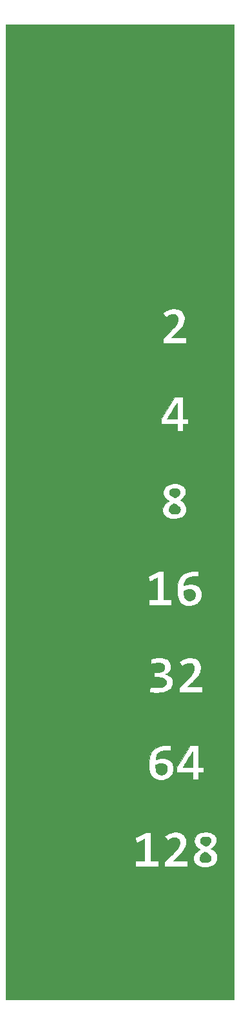
<source format=gtl>
%TF.GenerationSoftware,KiCad,Pcbnew,(5.1.9)-1*%
%TF.CreationDate,2021-08-11T15:41:34+02:00*%
%TF.ProjectId,clockdiv-panel,636c6f63-6b64-4697-962d-70616e656c2e,rev?*%
%TF.SameCoordinates,Original*%
%TF.FileFunction,Copper,L1,Top*%
%TF.FilePolarity,Positive*%
%FSLAX46Y46*%
G04 Gerber Fmt 4.6, Leading zero omitted, Abs format (unit mm)*
G04 Created by KiCad (PCBNEW (5.1.9)-1) date 2021-08-11 15:41:34*
%MOMM*%
%LPD*%
G01*
G04 APERTURE LIST*
%TA.AperFunction,EtchedComponent*%
%ADD10C,0.010000*%
%TD*%
G04 APERTURE END LIST*
D10*
%TO.C,Ref\u002A\u002A*%
G36*
X130223402Y-105120008D02*
G01*
X130227464Y-105176081D01*
X130230955Y-105270239D01*
X130233835Y-105400357D01*
X130236062Y-105564312D01*
X130237594Y-105759981D01*
X130238390Y-105985241D01*
X130238500Y-106114850D01*
X130238500Y-107145667D01*
X129592916Y-107145667D01*
X129432472Y-107145118D01*
X129286566Y-107143565D01*
X129160330Y-107141146D01*
X129058894Y-107138000D01*
X128987390Y-107134265D01*
X128950949Y-107130079D01*
X128947333Y-107128235D01*
X128958257Y-107107911D01*
X128989383Y-107055771D01*
X129038238Y-106975749D01*
X129102352Y-106871781D01*
X129179253Y-106747799D01*
X129266470Y-106607738D01*
X129361531Y-106455533D01*
X129461965Y-106295117D01*
X129565301Y-106130425D01*
X129669067Y-105965392D01*
X129770792Y-105803950D01*
X129868004Y-105650035D01*
X129958233Y-105507581D01*
X130039006Y-105380522D01*
X130107852Y-105272792D01*
X130162301Y-105188325D01*
X130199880Y-105131056D01*
X130218118Y-105104920D01*
X130218811Y-105104141D01*
X130223402Y-105120008D01*
G37*
X130223402Y-105120008D02*
X130227464Y-105176081D01*
X130230955Y-105270239D01*
X130233835Y-105400357D01*
X130236062Y-105564312D01*
X130237594Y-105759981D01*
X130238390Y-105985241D01*
X130238500Y-106114850D01*
X130238500Y-107145667D01*
X129592916Y-107145667D01*
X129432472Y-107145118D01*
X129286566Y-107143565D01*
X129160330Y-107141146D01*
X129058894Y-107138000D01*
X128987390Y-107134265D01*
X128950949Y-107130079D01*
X128947333Y-107128235D01*
X128958257Y-107107911D01*
X128989383Y-107055771D01*
X129038238Y-106975749D01*
X129102352Y-106871781D01*
X129179253Y-106747799D01*
X129266470Y-106607738D01*
X129361531Y-106455533D01*
X129461965Y-106295117D01*
X129565301Y-106130425D01*
X129669067Y-105965392D01*
X129770792Y-105803950D01*
X129868004Y-105650035D01*
X129958233Y-105507581D01*
X130039006Y-105380522D01*
X130107852Y-105272792D01*
X130162301Y-105188325D01*
X130199880Y-105131056D01*
X130218118Y-105104920D01*
X130218811Y-105104141D01*
X130223402Y-105120008D01*
G36*
X130123202Y-116289233D02*
G01*
X130273264Y-116326897D01*
X130380501Y-116374725D01*
X130480359Y-116445647D01*
X130544871Y-116528106D01*
X130578895Y-116630789D01*
X130587475Y-116744750D01*
X130567133Y-116909709D01*
X130506569Y-117063176D01*
X130405525Y-117205560D01*
X130263744Y-117337273D01*
X130177821Y-117399041D01*
X130106812Y-117445206D01*
X130046939Y-117482244D01*
X130008789Y-117503659D01*
X130003794Y-117505844D01*
X129973026Y-117501149D01*
X129915459Y-117479414D01*
X129841020Y-117444657D01*
X129800076Y-117423383D01*
X129613346Y-117314983D01*
X129466317Y-117211350D01*
X129356882Y-117110596D01*
X129282935Y-117010838D01*
X129247392Y-116928755D01*
X129223769Y-116793756D01*
X129231701Y-116662569D01*
X129269012Y-116544122D01*
X129333524Y-116447340D01*
X129373654Y-116411094D01*
X129489265Y-116346599D01*
X129632285Y-116301795D01*
X129792453Y-116277052D01*
X129959512Y-116272742D01*
X130123202Y-116289233D01*
G37*
X130123202Y-116289233D02*
X130273264Y-116326897D01*
X130380501Y-116374725D01*
X130480359Y-116445647D01*
X130544871Y-116528106D01*
X130578895Y-116630789D01*
X130587475Y-116744750D01*
X130567133Y-116909709D01*
X130506569Y-117063176D01*
X130405525Y-117205560D01*
X130263744Y-117337273D01*
X130177821Y-117399041D01*
X130106812Y-117445206D01*
X130046939Y-117482244D01*
X130008789Y-117503659D01*
X130003794Y-117505844D01*
X129973026Y-117501149D01*
X129915459Y-117479414D01*
X129841020Y-117444657D01*
X129800076Y-117423383D01*
X129613346Y-117314983D01*
X129466317Y-117211350D01*
X129356882Y-117110596D01*
X129282935Y-117010838D01*
X129247392Y-116928755D01*
X129223769Y-116793756D01*
X129231701Y-116662569D01*
X129269012Y-116544122D01*
X129333524Y-116447340D01*
X129373654Y-116411094D01*
X129489265Y-116346599D01*
X129632285Y-116301795D01*
X129792453Y-116277052D01*
X129959512Y-116272742D01*
X130123202Y-116289233D01*
G36*
X129848466Y-118278407D02*
G01*
X129902182Y-118301627D01*
X129968353Y-118334295D01*
X130175706Y-118447632D01*
X130342674Y-118560668D01*
X130471135Y-118675508D01*
X130562970Y-118794258D01*
X130620057Y-118919022D01*
X130644276Y-119051907D01*
X130645418Y-119092700D01*
X130637114Y-119211272D01*
X130610000Y-119303791D01*
X130559058Y-119384228D01*
X130528243Y-119418932D01*
X130421513Y-119503075D01*
X130284954Y-119568190D01*
X130127382Y-119612529D01*
X129957613Y-119634342D01*
X129784465Y-119631880D01*
X129616754Y-119603396D01*
X129608805Y-119601294D01*
X129446583Y-119542165D01*
X129319213Y-119461913D01*
X129227812Y-119361421D01*
X129179809Y-119262502D01*
X129157329Y-119132987D01*
X129166631Y-118989412D01*
X129205026Y-118842294D01*
X129269828Y-118702147D01*
X129352817Y-118585705D01*
X129414200Y-118525993D01*
X129499568Y-118455903D01*
X129595720Y-118385291D01*
X129689455Y-118324009D01*
X129746103Y-118292172D01*
X129781591Y-118275795D01*
X129811991Y-118270502D01*
X129848466Y-118278407D01*
G37*
X129848466Y-118278407D02*
X129902182Y-118301627D01*
X129968353Y-118334295D01*
X130175706Y-118447632D01*
X130342674Y-118560668D01*
X130471135Y-118675508D01*
X130562970Y-118794258D01*
X130620057Y-118919022D01*
X130644276Y-119051907D01*
X130645418Y-119092700D01*
X130637114Y-119211272D01*
X130610000Y-119303791D01*
X130559058Y-119384228D01*
X130528243Y-119418932D01*
X130421513Y-119503075D01*
X130284954Y-119568190D01*
X130127382Y-119612529D01*
X129957613Y-119634342D01*
X129784465Y-119631880D01*
X129616754Y-119603396D01*
X129608805Y-119601294D01*
X129446583Y-119542165D01*
X129319213Y-119461913D01*
X129227812Y-119361421D01*
X129179809Y-119262502D01*
X129157329Y-119132987D01*
X129166631Y-118989412D01*
X129205026Y-118842294D01*
X129269828Y-118702147D01*
X129352817Y-118585705D01*
X129414200Y-118525993D01*
X129499568Y-118455903D01*
X129595720Y-118385291D01*
X129689455Y-118324009D01*
X129746103Y-118292172D01*
X129781591Y-118275795D01*
X129811991Y-118270502D01*
X129848466Y-118278407D01*
G36*
X132001043Y-129531084D02*
G01*
X132081688Y-129535082D01*
X132142832Y-129544069D01*
X132195871Y-129559628D01*
X132244664Y-129579916D01*
X132359693Y-129651393D01*
X132463582Y-129751826D01*
X132544713Y-129868463D01*
X132580136Y-129948088D01*
X132608208Y-130074494D01*
X132617937Y-130221883D01*
X132609706Y-130373270D01*
X132583899Y-130511672D01*
X132566182Y-130566427D01*
X132505891Y-130681988D01*
X132419998Y-130791549D01*
X132318819Y-130884563D01*
X132212676Y-130950482D01*
X132175953Y-130965305D01*
X132089260Y-130987411D01*
X131983750Y-131003834D01*
X131876025Y-131012931D01*
X131782688Y-131013060D01*
X131741333Y-131008310D01*
X131574039Y-130957536D01*
X131432216Y-130875104D01*
X131318751Y-130763069D01*
X131254848Y-130662516D01*
X131197956Y-130520421D01*
X131153785Y-130345066D01*
X131123943Y-130144037D01*
X131112333Y-129989859D01*
X131100180Y-129730635D01*
X131236772Y-129668701D01*
X131395177Y-129604308D01*
X131543186Y-129562173D01*
X131697427Y-129538773D01*
X131874528Y-129530587D01*
X131889500Y-129530487D01*
X132001043Y-129531084D01*
G37*
X132001043Y-129531084D02*
X132081688Y-129535082D01*
X132142832Y-129544069D01*
X132195871Y-129559628D01*
X132244664Y-129579916D01*
X132359693Y-129651393D01*
X132463582Y-129751826D01*
X132544713Y-129868463D01*
X132580136Y-129948088D01*
X132608208Y-130074494D01*
X132617937Y-130221883D01*
X132609706Y-130373270D01*
X132583899Y-130511672D01*
X132566182Y-130566427D01*
X132505891Y-130681988D01*
X132419998Y-130791549D01*
X132318819Y-130884563D01*
X132212676Y-130950482D01*
X132175953Y-130965305D01*
X132089260Y-130987411D01*
X131983750Y-131003834D01*
X131876025Y-131012931D01*
X131782688Y-131013060D01*
X131741333Y-131008310D01*
X131574039Y-130957536D01*
X131432216Y-130875104D01*
X131318751Y-130763069D01*
X131254848Y-130662516D01*
X131197956Y-130520421D01*
X131153785Y-130345066D01*
X131123943Y-130144037D01*
X131112333Y-129989859D01*
X131100180Y-129730635D01*
X131236772Y-129668701D01*
X131395177Y-129604308D01*
X131543186Y-129562173D01*
X131697427Y-129538773D01*
X131874528Y-129530587D01*
X131889500Y-129530487D01*
X132001043Y-129531084D01*
G36*
X132275221Y-150828822D02*
G01*
X132279782Y-150855650D01*
X132283448Y-150902777D01*
X132286308Y-150973303D01*
X132288453Y-151070327D01*
X132289971Y-151196950D01*
X132290953Y-151356270D01*
X132291487Y-151551389D01*
X132291665Y-151785404D01*
X132291666Y-151813207D01*
X132291666Y-152844500D01*
X131646083Y-152844500D01*
X131485638Y-152844170D01*
X131339731Y-152843236D01*
X131213495Y-152841781D01*
X131112059Y-152839888D01*
X131040555Y-152837642D01*
X131004115Y-152835124D01*
X131000500Y-152834015D01*
X131011386Y-152815191D01*
X131042402Y-152764492D01*
X131091083Y-152685843D01*
X131154965Y-152583168D01*
X131231581Y-152460392D01*
X131318469Y-152321440D01*
X131413162Y-152170236D01*
X131513196Y-152010705D01*
X131616107Y-151846771D01*
X131719430Y-151682359D01*
X131820699Y-151521394D01*
X131917450Y-151367801D01*
X132007219Y-151225503D01*
X132087540Y-151098425D01*
X132155949Y-150990493D01*
X132209981Y-150905630D01*
X132247172Y-150847761D01*
X132263056Y-150823665D01*
X132269676Y-150819194D01*
X132275221Y-150828822D01*
G37*
X132275221Y-150828822D02*
X132279782Y-150855650D01*
X132283448Y-150902777D01*
X132286308Y-150973303D01*
X132288453Y-151070327D01*
X132289971Y-151196950D01*
X132290953Y-151356270D01*
X132291487Y-151551389D01*
X132291665Y-151785404D01*
X132291666Y-151813207D01*
X132291666Y-152844500D01*
X131646083Y-152844500D01*
X131485638Y-152844170D01*
X131339731Y-152843236D01*
X131213495Y-152841781D01*
X131112059Y-152839888D01*
X131040555Y-152837642D01*
X131004115Y-152835124D01*
X131000500Y-152834015D01*
X131011386Y-152815191D01*
X131042402Y-152764492D01*
X131091083Y-152685843D01*
X131154965Y-152583168D01*
X131231581Y-152460392D01*
X131318469Y-152321440D01*
X131413162Y-152170236D01*
X131513196Y-152010705D01*
X131616107Y-151846771D01*
X131719430Y-151682359D01*
X131820699Y-151521394D01*
X131917450Y-151367801D01*
X132007219Y-151225503D01*
X132087540Y-151098425D01*
X132155949Y-150990493D01*
X132209981Y-150905630D01*
X132247172Y-150847761D01*
X132263056Y-150823665D01*
X132269676Y-150819194D01*
X132275221Y-150828822D01*
G36*
X128355226Y-152384913D02*
G01*
X128495476Y-152415370D01*
X128614455Y-152470296D01*
X128720532Y-152552611D01*
X128736658Y-152568309D01*
X128814357Y-152660490D01*
X128867528Y-152761174D01*
X128899219Y-152879510D01*
X128912478Y-153024647D01*
X128913264Y-153098500D01*
X128895580Y-153294089D01*
X128845680Y-153462232D01*
X128763538Y-153602977D01*
X128649124Y-153716377D01*
X128529244Y-153789956D01*
X128462362Y-153819487D01*
X128399150Y-153838028D01*
X128325021Y-153848495D01*
X128225388Y-153853803D01*
X128207205Y-153854338D01*
X128054450Y-153852346D01*
X127939048Y-153837102D01*
X127908243Y-153828786D01*
X127775656Y-153764524D01*
X127662440Y-153663389D01*
X127569112Y-153526413D01*
X127496189Y-153354625D01*
X127444185Y-153149056D01*
X127413619Y-152910736D01*
X127408669Y-152832232D01*
X127396073Y-152576548D01*
X127563161Y-152509901D01*
X127727516Y-152449332D01*
X127870661Y-152408936D01*
X128006778Y-152385661D01*
X128150050Y-152376454D01*
X128185333Y-152376007D01*
X128355226Y-152384913D01*
G37*
X128355226Y-152384913D02*
X128495476Y-152415370D01*
X128614455Y-152470296D01*
X128720532Y-152552611D01*
X128736658Y-152568309D01*
X128814357Y-152660490D01*
X128867528Y-152761174D01*
X128899219Y-152879510D01*
X128912478Y-153024647D01*
X128913264Y-153098500D01*
X128895580Y-153294089D01*
X128845680Y-153462232D01*
X128763538Y-153602977D01*
X128649124Y-153716377D01*
X128529244Y-153789956D01*
X128462362Y-153819487D01*
X128399150Y-153838028D01*
X128325021Y-153848495D01*
X128225388Y-153853803D01*
X128207205Y-153854338D01*
X128054450Y-153852346D01*
X127939048Y-153837102D01*
X127908243Y-153828786D01*
X127775656Y-153764524D01*
X127662440Y-153663389D01*
X127569112Y-153526413D01*
X127496189Y-153354625D01*
X127444185Y-153149056D01*
X127413619Y-152910736D01*
X127408669Y-152832232D01*
X127396073Y-152576548D01*
X127563161Y-152509901D01*
X127727516Y-152449332D01*
X127870661Y-152408936D01*
X128006778Y-152385661D01*
X128150050Y-152376454D01*
X128185333Y-152376007D01*
X128355226Y-152384913D01*
G36*
X134055180Y-161994555D02*
G01*
X134219409Y-162012468D01*
X134351198Y-162044977D01*
X134458641Y-162094462D01*
X134507443Y-162127593D01*
X134579746Y-162197016D01*
X134624449Y-162278568D01*
X134645857Y-162382481D01*
X134649321Y-162464750D01*
X134633098Y-162619650D01*
X134582929Y-162760780D01*
X134496572Y-162891773D01*
X134371784Y-163016261D01*
X134253270Y-163106407D01*
X134179749Y-163156243D01*
X134117367Y-163196721D01*
X134075712Y-163221697D01*
X134066333Y-163226223D01*
X134037114Y-163220965D01*
X133979591Y-163198888D01*
X133902503Y-163163666D01*
X133827420Y-163125769D01*
X133670382Y-163033333D01*
X133533919Y-162933352D01*
X133424202Y-162831102D01*
X133347397Y-162731858D01*
X133330255Y-162700520D01*
X133301383Y-162610179D01*
X133287247Y-162500142D01*
X133288827Y-162389351D01*
X133307109Y-162296743D01*
X133309013Y-162291503D01*
X133369859Y-162188901D01*
X133465553Y-162106380D01*
X133593045Y-162045154D01*
X133749287Y-162006434D01*
X133931230Y-161991436D01*
X134055180Y-161994555D01*
G37*
X134055180Y-161994555D02*
X134219409Y-162012468D01*
X134351198Y-162044977D01*
X134458641Y-162094462D01*
X134507443Y-162127593D01*
X134579746Y-162197016D01*
X134624449Y-162278568D01*
X134645857Y-162382481D01*
X134649321Y-162464750D01*
X134633098Y-162619650D01*
X134582929Y-162760780D01*
X134496572Y-162891773D01*
X134371784Y-163016261D01*
X134253270Y-163106407D01*
X134179749Y-163156243D01*
X134117367Y-163196721D01*
X134075712Y-163221697D01*
X134066333Y-163226223D01*
X134037114Y-163220965D01*
X133979591Y-163198888D01*
X133902503Y-163163666D01*
X133827420Y-163125769D01*
X133670382Y-163033333D01*
X133533919Y-162933352D01*
X133424202Y-162831102D01*
X133347397Y-162731858D01*
X133330255Y-162700520D01*
X133301383Y-162610179D01*
X133287247Y-162500142D01*
X133288827Y-162389351D01*
X133307109Y-162296743D01*
X133309013Y-162291503D01*
X133369859Y-162188901D01*
X133465553Y-162106380D01*
X133593045Y-162045154D01*
X133749287Y-162006434D01*
X133931230Y-161991436D01*
X134055180Y-161994555D01*
G36*
X133909617Y-163987822D02*
G01*
X133966492Y-164013566D01*
X134039357Y-164050559D01*
X134067860Y-164065897D01*
X134257677Y-164176220D01*
X134409407Y-164280215D01*
X134526122Y-164381471D01*
X134610893Y-164483575D01*
X134666788Y-164590114D01*
X134696879Y-164704678D01*
X134704459Y-164809801D01*
X134688311Y-164955228D01*
X134638460Y-165076721D01*
X134553481Y-165176225D01*
X134431945Y-165255685D01*
X134351859Y-165290474D01*
X134256213Y-165316437D01*
X134133595Y-165335323D01*
X133998925Y-165346134D01*
X133867127Y-165347871D01*
X133753123Y-165339533D01*
X133715541Y-165333089D01*
X133548271Y-165280949D01*
X133411450Y-165202941D01*
X133307265Y-165100538D01*
X133260990Y-165027339D01*
X133239330Y-164977443D01*
X133227671Y-164924808D01*
X133224329Y-164856163D01*
X133227387Y-164762756D01*
X133240901Y-164631243D01*
X133270421Y-164523173D01*
X133321890Y-164425130D01*
X133401248Y-164323698D01*
X133441019Y-164280346D01*
X133500989Y-164223773D01*
X133577026Y-164161715D01*
X133660281Y-164100276D01*
X133741905Y-164045559D01*
X133813051Y-164003667D01*
X133864870Y-163980702D01*
X133879137Y-163978167D01*
X133909617Y-163987822D01*
G37*
X133909617Y-163987822D02*
X133966492Y-164013566D01*
X134039357Y-164050559D01*
X134067860Y-164065897D01*
X134257677Y-164176220D01*
X134409407Y-164280215D01*
X134526122Y-164381471D01*
X134610893Y-164483575D01*
X134666788Y-164590114D01*
X134696879Y-164704678D01*
X134704459Y-164809801D01*
X134688311Y-164955228D01*
X134638460Y-165076721D01*
X134553481Y-165176225D01*
X134431945Y-165255685D01*
X134351859Y-165290474D01*
X134256213Y-165316437D01*
X134133595Y-165335323D01*
X133998925Y-165346134D01*
X133867127Y-165347871D01*
X133753123Y-165339533D01*
X133715541Y-165333089D01*
X133548271Y-165280949D01*
X133411450Y-165202941D01*
X133307265Y-165100538D01*
X133260990Y-165027339D01*
X133239330Y-164977443D01*
X133227671Y-164924808D01*
X133224329Y-164856163D01*
X133227387Y-164762756D01*
X133240901Y-164631243D01*
X133270421Y-164523173D01*
X133321890Y-164425130D01*
X133401248Y-164323698D01*
X133441019Y-164280346D01*
X133500989Y-164223773D01*
X133577026Y-164161715D01*
X133660281Y-164100276D01*
X133741905Y-164045559D01*
X133813051Y-164003667D01*
X133864870Y-163980702D01*
X133879137Y-163978167D01*
X133909617Y-163987822D01*
G36*
X137689166Y-183366833D02*
G01*
X107731284Y-183366833D01*
X107745392Y-162376558D01*
X107745511Y-162192166D01*
X124707129Y-162192166D01*
X124717808Y-162237061D01*
X124740906Y-162305380D01*
X124778073Y-162403061D01*
X124808097Y-162478949D01*
X124850809Y-162584712D01*
X124888839Y-162676432D01*
X124919134Y-162746932D01*
X124938641Y-162789033D01*
X124943579Y-162797397D01*
X124965298Y-162791764D01*
X125018767Y-162767961D01*
X125098838Y-162728575D01*
X125200367Y-162676193D01*
X125318206Y-162613403D01*
X125419702Y-162558001D01*
X125548109Y-162487393D01*
X125665215Y-162423373D01*
X125765613Y-162368867D01*
X125843896Y-162326799D01*
X125894658Y-162300096D01*
X125911497Y-162291881D01*
X125917457Y-162294185D01*
X125922597Y-162307846D01*
X125926975Y-162335638D01*
X125930649Y-162380331D01*
X125933678Y-162444696D01*
X125936118Y-162531506D01*
X125938028Y-162643531D01*
X125939467Y-162783543D01*
X125940492Y-162954314D01*
X125941161Y-163158614D01*
X125941532Y-163399216D01*
X125941663Y-163678890D01*
X125941666Y-163732485D01*
X125941666Y-165184667D01*
X124798666Y-165184667D01*
X124798666Y-165925500D01*
X127783166Y-165925500D01*
X127783166Y-165184667D01*
X126788333Y-165184667D01*
X126788333Y-161956750D01*
X128588514Y-161956750D01*
X128799907Y-162225600D01*
X129011299Y-162494450D01*
X129150806Y-162388857D01*
X129335512Y-162263338D01*
X129511880Y-162174497D01*
X129687064Y-162119620D01*
X129868221Y-162095989D01*
X129926064Y-162094584D01*
X130103993Y-162109864D01*
X130254075Y-162156642D01*
X130377320Y-162235441D01*
X130474736Y-162346783D01*
X130502848Y-162393413D01*
X130533568Y-162455018D01*
X130553216Y-162512761D01*
X130564897Y-162580541D01*
X130571715Y-162672260D01*
X130573391Y-162709281D01*
X130571627Y-162874960D01*
X130549912Y-163027474D01*
X130505305Y-163174598D01*
X130434868Y-163324107D01*
X130335662Y-163483776D01*
X130221737Y-163639500D01*
X130178575Y-163691035D01*
X130109019Y-163768585D01*
X130016705Y-163868323D01*
X129905267Y-163986426D01*
X129778342Y-164119068D01*
X129639565Y-164262423D01*
X129492570Y-164412668D01*
X129345769Y-164561172D01*
X128608666Y-165302928D01*
X128608666Y-165925500D01*
X131635500Y-165925500D01*
X131635500Y-165163931D01*
X129728848Y-165152917D01*
X129990076Y-164904870D01*
X132399801Y-164904870D01*
X132400632Y-164932248D01*
X132405796Y-165037482D01*
X132414225Y-165114969D01*
X132429158Y-165179298D01*
X132453837Y-165245054D01*
X132485480Y-165314191D01*
X132588300Y-165485033D01*
X132723195Y-165631380D01*
X132891139Y-165753884D01*
X133093107Y-165853195D01*
X133330072Y-165929965D01*
X133448061Y-165957264D01*
X133555977Y-165972423D01*
X133694398Y-165981336D01*
X133852387Y-165984296D01*
X134019008Y-165981593D01*
X134183324Y-165973520D01*
X134334398Y-165960367D01*
X134461293Y-165942426D01*
X134524750Y-165928570D01*
X134763125Y-165847398D01*
X134973998Y-165739257D01*
X135155125Y-165606107D01*
X135304262Y-165449906D01*
X135419165Y-165272613D01*
X135496397Y-165080283D01*
X135514407Y-164989045D01*
X135525491Y-164870824D01*
X135529382Y-164740443D01*
X135525816Y-164612725D01*
X135514526Y-164502493D01*
X135507422Y-164465000D01*
X135468649Y-164345854D01*
X135406646Y-164213185D01*
X135329469Y-164081992D01*
X135245173Y-163967273D01*
X135231746Y-163951657D01*
X135165061Y-163885432D01*
X135074436Y-163808258D01*
X134972493Y-163730520D01*
X134911153Y-163687931D01*
X134697904Y-163545966D01*
X134757330Y-163502774D01*
X134930279Y-163370943D01*
X135069374Y-163250042D01*
X135179659Y-163134294D01*
X135266177Y-163017917D01*
X135333970Y-162895133D01*
X135376296Y-162793365D01*
X135403569Y-162713540D01*
X135420917Y-162643552D01*
X135430478Y-162569066D01*
X135434390Y-162475744D01*
X135434916Y-162400152D01*
X135434282Y-162296071D01*
X135430666Y-162221564D01*
X135421502Y-162163876D01*
X135404223Y-162110249D01*
X135376260Y-162047929D01*
X135355487Y-162005507D01*
X135252114Y-161838076D01*
X135119999Y-161697833D01*
X134956892Y-161583044D01*
X134760545Y-161491975D01*
X134635591Y-161450795D01*
X134390242Y-161395656D01*
X134135395Y-161367744D01*
X133878705Y-161366365D01*
X133627829Y-161390824D01*
X133390423Y-161440428D01*
X133174143Y-161514483D01*
X133009156Y-161598239D01*
X132841572Y-161723607D01*
X132704167Y-161874894D01*
X132598474Y-162046853D01*
X132526024Y-162234236D01*
X132488351Y-162431795D01*
X132486985Y-162634283D01*
X132523459Y-162836450D01*
X132593649Y-163021574D01*
X132669475Y-163146630D01*
X132774427Y-163276307D01*
X132898267Y-163399653D01*
X133030753Y-163505717D01*
X133072435Y-163533667D01*
X133140752Y-163579630D01*
X133192454Y-163619031D01*
X133219164Y-163645307D01*
X133221064Y-163650083D01*
X133203975Y-163669746D01*
X133158539Y-163705887D01*
X133092406Y-163752706D01*
X133039544Y-163787667D01*
X132856473Y-163924040D01*
X132698248Y-164079364D01*
X132569255Y-164247946D01*
X132473882Y-164424095D01*
X132418345Y-164593582D01*
X132406677Y-164675824D01*
X132400227Y-164784733D01*
X132399801Y-164904870D01*
X129990076Y-164904870D01*
X130137132Y-164765235D01*
X130374112Y-164537366D01*
X130580207Y-164332526D01*
X130757797Y-164147555D01*
X130909257Y-163979293D01*
X131036966Y-163824580D01*
X131143301Y-163680258D01*
X131230639Y-163543166D01*
X131301357Y-163410145D01*
X131357833Y-163278036D01*
X131402445Y-163143678D01*
X131426777Y-163051263D01*
X131454055Y-162890402D01*
X131465193Y-162713638D01*
X131460645Y-162534236D01*
X131440864Y-162365460D01*
X131406306Y-162220573D01*
X131397448Y-162195054D01*
X131301938Y-161986302D01*
X131181624Y-161810613D01*
X131034275Y-161665234D01*
X130884404Y-161562453D01*
X130743919Y-161496398D01*
X130574068Y-161440649D01*
X130387081Y-161397641D01*
X130195187Y-161369806D01*
X130010614Y-161359576D01*
X129889250Y-161364467D01*
X129626010Y-161406482D01*
X129363870Y-161482794D01*
X129111970Y-161589502D01*
X128879454Y-161722708D01*
X128675462Y-161878510D01*
X128667382Y-161885736D01*
X128588514Y-161956750D01*
X126788333Y-161956750D01*
X126788333Y-161417000D01*
X126088549Y-161417000D01*
X125417149Y-161769573D01*
X125261081Y-161851838D01*
X125116230Y-161928781D01*
X124987046Y-161997994D01*
X124877979Y-162057067D01*
X124793479Y-162103593D01*
X124737994Y-162135162D01*
X124716432Y-162148897D01*
X124707220Y-162164757D01*
X124707129Y-162192166D01*
X107745511Y-162192166D01*
X107745861Y-161655121D01*
X107746326Y-160892463D01*
X107746788Y-160089694D01*
X107747245Y-159247927D01*
X107747697Y-158368273D01*
X107748145Y-157451844D01*
X107748589Y-156499750D01*
X107749026Y-155513105D01*
X107749459Y-154493019D01*
X107749886Y-153440604D01*
X107750201Y-152629001D01*
X126527520Y-152629001D01*
X126541849Y-152907217D01*
X126572136Y-153169402D01*
X126618526Y-153406685D01*
X126653830Y-153532417D01*
X126745831Y-153756293D01*
X126869906Y-153959644D01*
X127022056Y-154138434D01*
X127198284Y-154288626D01*
X127394589Y-154406184D01*
X127596748Y-154484168D01*
X127792600Y-154526057D01*
X128010894Y-154547747D01*
X128236700Y-154548917D01*
X128455084Y-154529247D01*
X128584891Y-154505384D01*
X128834248Y-154429236D01*
X129060340Y-154320982D01*
X129260396Y-154182700D01*
X129431645Y-154016470D01*
X129571319Y-153824369D01*
X129626138Y-153723979D01*
X129692174Y-153572276D01*
X129736529Y-153424034D01*
X129761479Y-153267087D01*
X129769298Y-153089267D01*
X129766870Y-152971500D01*
X129756408Y-152855036D01*
X130196166Y-152855036D01*
X130196166Y-153564167D01*
X132291666Y-153564167D01*
X132291666Y-154474333D01*
X133096000Y-154474333D01*
X133096000Y-153564167D01*
X133773333Y-153564167D01*
X133773333Y-152844500D01*
X133096000Y-152844500D01*
X133096000Y-149986319D01*
X131947680Y-149997583D01*
X131071923Y-151426310D01*
X130196166Y-152855036D01*
X129756408Y-152855036D01*
X129745763Y-152736537D01*
X129700413Y-152532064D01*
X129628610Y-152352423D01*
X129528145Y-152191957D01*
X129409961Y-152057839D01*
X129250501Y-151927464D01*
X129065254Y-151826663D01*
X128852582Y-151754883D01*
X128610851Y-151711566D01*
X128344083Y-151696197D01*
X128130799Y-151701566D01*
X127942383Y-151722889D01*
X127763531Y-151762755D01*
X127578942Y-151823754D01*
X127569599Y-151827287D01*
X127504952Y-151850889D01*
X127456763Y-151866700D01*
X127439208Y-151870822D01*
X127426906Y-151857219D01*
X127425235Y-151814123D01*
X127434484Y-151738139D01*
X127454939Y-151625873D01*
X127463504Y-151583639D01*
X127508686Y-151406692D01*
X127566891Y-151260776D01*
X127643462Y-151135287D01*
X127743743Y-151019626D01*
X127751819Y-151011594D01*
X127857090Y-150921095D01*
X127974710Y-150847245D01*
X128109242Y-150788860D01*
X128265244Y-150744754D01*
X128447278Y-150713740D01*
X128659903Y-150694633D01*
X128907681Y-150686247D01*
X129005541Y-150685625D01*
X129391833Y-150685500D01*
X129391833Y-149980833D01*
X128931458Y-149993220D01*
X128692759Y-150002234D01*
X128488976Y-150015958D01*
X128312864Y-150035287D01*
X128157177Y-150061118D01*
X128014669Y-150094345D01*
X127940697Y-150115662D01*
X127665720Y-150216830D01*
X127424966Y-150341784D01*
X127216401Y-150492468D01*
X127037986Y-150670824D01*
X126887684Y-150878794D01*
X126763457Y-151118320D01*
X126690174Y-151308003D01*
X126626887Y-151533283D01*
X126578833Y-151786896D01*
X126546157Y-152059968D01*
X126529005Y-152343627D01*
X126527520Y-152629001D01*
X107750201Y-152629001D01*
X107750307Y-152356971D01*
X107750721Y-151243233D01*
X107751130Y-150100500D01*
X107751531Y-148929885D01*
X107751926Y-147732499D01*
X107752314Y-146509453D01*
X107752694Y-145261859D01*
X107753067Y-143990829D01*
X107753432Y-142697475D01*
X107753432Y-142694124D01*
X126661333Y-142694124D01*
X126661333Y-143042415D01*
X126730125Y-143054640D01*
X126859535Y-143072353D01*
X127021441Y-143086325D01*
X127206158Y-143096409D01*
X127404003Y-143102458D01*
X127605291Y-143104328D01*
X127800337Y-143101872D01*
X127979457Y-143094943D01*
X128132967Y-143083397D01*
X128191004Y-143076669D01*
X128420987Y-143038530D01*
X128624078Y-142987438D01*
X128814795Y-142919249D01*
X128942929Y-142861908D01*
X129149980Y-142741162D01*
X129324525Y-142594070D01*
X129465611Y-142421761D01*
X129572287Y-142225367D01*
X129635564Y-142038917D01*
X129653400Y-141940508D01*
X129664472Y-141818968D01*
X129668551Y-141688509D01*
X129665410Y-141563342D01*
X129654819Y-141457678D01*
X129645634Y-141412643D01*
X129576396Y-141232569D01*
X129471171Y-141071198D01*
X129333327Y-140931640D01*
X129166233Y-140817004D01*
X128973257Y-140730400D01*
X128873556Y-140699996D01*
X128804491Y-140680350D01*
X128755401Y-140663459D01*
X128736800Y-140652944D01*
X128736805Y-140652873D01*
X128754901Y-140638750D01*
X128801185Y-140612368D01*
X128864025Y-140580245D01*
X129039073Y-140472311D01*
X129184072Y-140335695D01*
X129297480Y-140173012D01*
X129377753Y-139986879D01*
X129423347Y-139779911D01*
X129433853Y-139614489D01*
X129417782Y-139402747D01*
X129367810Y-139214655D01*
X129297217Y-139075583D01*
X130489537Y-139075583D01*
X130922699Y-139632329D01*
X131045937Y-139529769D01*
X131158988Y-139447571D01*
X131291981Y-139369501D01*
X131431315Y-139302311D01*
X131563386Y-139252754D01*
X131646083Y-139231830D01*
X131824305Y-139215643D01*
X131991676Y-139232329D01*
X132142153Y-139280248D01*
X132269691Y-139357758D01*
X132333207Y-139418374D01*
X132407033Y-139520869D01*
X132454139Y-139634531D01*
X132477799Y-139769488D01*
X132482166Y-139879240D01*
X132478768Y-139987604D01*
X132467321Y-140090887D01*
X132445942Y-140191843D01*
X132412750Y-140293225D01*
X132365864Y-140397783D01*
X132303401Y-140508272D01*
X132223481Y-140627443D01*
X132124223Y-140758049D01*
X132003743Y-140902843D01*
X131860162Y-141064576D01*
X131691597Y-141246003D01*
X131496167Y-141449874D01*
X131271990Y-141678943D01*
X131206875Y-141744877D01*
X130513666Y-142445711D01*
X130513666Y-143044333D01*
X133540500Y-143044333D01*
X133540500Y-142282333D01*
X132593291Y-142281851D01*
X131646083Y-142281369D01*
X132166387Y-141775360D01*
X132373107Y-141572628D01*
X132550853Y-141394064D01*
X132702485Y-141235937D01*
X132830870Y-141094516D01*
X132938869Y-140966071D01*
X133029347Y-140846869D01*
X133105167Y-140733181D01*
X133169193Y-140621274D01*
X133224289Y-140507419D01*
X133273318Y-140387885D01*
X133310350Y-140284924D01*
X133336550Y-140179243D01*
X133355374Y-140044500D01*
X133366358Y-139893395D01*
X133369041Y-139738632D01*
X133362960Y-139592911D01*
X133347654Y-139468935D01*
X133341178Y-139437814D01*
X133295658Y-139294386D01*
X133228092Y-139144597D01*
X133147252Y-139006006D01*
X133081484Y-138917976D01*
X132941692Y-138786117D01*
X132769226Y-138676860D01*
X132568101Y-138591683D01*
X132342329Y-138532064D01*
X132095925Y-138499481D01*
X131929078Y-138493500D01*
X131668569Y-138508024D01*
X131425823Y-138553253D01*
X131208759Y-138623179D01*
X131095782Y-138673780D01*
X130964046Y-138743882D01*
X130826950Y-138825455D01*
X130697893Y-138910469D01*
X130590274Y-138990894D01*
X130577479Y-139001500D01*
X130489537Y-139075583D01*
X129297217Y-139075583D01*
X129282626Y-139046840D01*
X129160916Y-138895929D01*
X129149685Y-138884608D01*
X129024181Y-138775836D01*
X128884215Y-138687541D01*
X128719728Y-138614135D01*
X128576347Y-138566128D01*
X128500851Y-138544806D01*
X128431406Y-138529056D01*
X128358570Y-138517768D01*
X128272896Y-138509832D01*
X128164940Y-138504138D01*
X128025258Y-138499576D01*
X128005416Y-138499038D01*
X127747533Y-138498526D01*
X127514567Y-138512884D01*
X127291173Y-138543911D01*
X127062005Y-138593402D01*
X126952375Y-138622323D01*
X126788333Y-138667691D01*
X126788333Y-139352385D01*
X127058847Y-139284523D01*
X127332057Y-139225039D01*
X127583894Y-139188551D01*
X127811831Y-139174986D01*
X128013338Y-139184270D01*
X128185888Y-139216330D01*
X128326952Y-139271091D01*
X128406681Y-139323773D01*
X128487134Y-139404502D01*
X128539641Y-139495347D01*
X128568164Y-139606062D01*
X128576662Y-139742333D01*
X128563384Y-139910287D01*
X128521332Y-140049781D01*
X128447962Y-140164211D01*
X128340726Y-140256972D01*
X128197078Y-140331457D01*
X128111250Y-140362762D01*
X128052336Y-140379098D01*
X127984200Y-140391525D01*
X127899137Y-140400818D01*
X127789439Y-140407755D01*
X127647402Y-140413114D01*
X127597958Y-140414513D01*
X127211666Y-140424838D01*
X127211666Y-141033500D01*
X127492125Y-141033674D01*
X127780410Y-141041501D01*
X128030272Y-141064987D01*
X128242843Y-141104711D01*
X128419257Y-141161254D01*
X128560646Y-141235193D01*
X128668144Y-141327109D01*
X128742884Y-141437581D01*
X128785998Y-141567188D01*
X128798701Y-141701771D01*
X128782820Y-141871142D01*
X128733434Y-142016904D01*
X128649619Y-142140093D01*
X128530452Y-142241742D01*
X128375008Y-142322885D01*
X128190625Y-142382494D01*
X128104197Y-142397338D01*
X127984069Y-142408187D01*
X127838683Y-142415059D01*
X127676480Y-142417968D01*
X127505903Y-142416931D01*
X127335395Y-142411964D01*
X127173398Y-142403083D01*
X127028354Y-142390304D01*
X126948690Y-142380141D01*
X126852361Y-142366209D01*
X126770214Y-142354998D01*
X126712097Y-142347811D01*
X126689398Y-142345833D01*
X126678607Y-142354333D01*
X126670820Y-142383194D01*
X126665629Y-142437462D01*
X126662629Y-142522180D01*
X126661412Y-142642393D01*
X126661333Y-142694124D01*
X107753432Y-142694124D01*
X107753788Y-141382907D01*
X107754137Y-140048238D01*
X107754476Y-138694578D01*
X107754807Y-137323041D01*
X107755129Y-135934736D01*
X107755441Y-134530777D01*
X107755744Y-133112274D01*
X107756037Y-131680339D01*
X107756320Y-130236084D01*
X107756592Y-128780619D01*
X107756756Y-127858363D01*
X126411701Y-127858363D01*
X126417307Y-127877917D01*
X126435693Y-127928838D01*
X126463767Y-128003247D01*
X126498437Y-128093266D01*
X126536608Y-128191016D01*
X126575188Y-128288620D01*
X126611083Y-128378200D01*
X126641200Y-128451877D01*
X126662447Y-128501774D01*
X126671403Y-128519812D01*
X126690816Y-128511738D01*
X126742279Y-128485699D01*
X126820853Y-128444322D01*
X126921599Y-128390235D01*
X127039579Y-128326065D01*
X127158845Y-128260521D01*
X127289110Y-128188977D01*
X127407424Y-128124725D01*
X127508679Y-128070480D01*
X127587768Y-128028957D01*
X127639584Y-128002870D01*
X127658685Y-127994833D01*
X127661956Y-128015483D01*
X127665019Y-128075364D01*
X127667833Y-128171375D01*
X127670360Y-128300415D01*
X127672560Y-128459381D01*
X127674391Y-128645173D01*
X127675815Y-128854690D01*
X127676792Y-129084828D01*
X127677282Y-129332488D01*
X127677333Y-129444750D01*
X127677333Y-130894667D01*
X126534333Y-130894667D01*
X126534333Y-131614333D01*
X129497666Y-131614333D01*
X129497666Y-130894667D01*
X128524000Y-130894667D01*
X128524000Y-129693137D01*
X130223069Y-129693137D01*
X130234343Y-130009350D01*
X130268569Y-130303885D01*
X130325174Y-130571518D01*
X130390552Y-130774203D01*
X130499135Y-131003299D01*
X130636103Y-131201034D01*
X130800893Y-131366934D01*
X130992938Y-131500524D01*
X131211675Y-131601330D01*
X131455583Y-131668689D01*
X131562626Y-131682697D01*
X131698269Y-131689964D01*
X131849910Y-131690819D01*
X132004947Y-131685592D01*
X132150776Y-131674611D01*
X132274794Y-131658206D01*
X132334000Y-131645766D01*
X132457110Y-131606280D01*
X132593423Y-131549801D01*
X132729749Y-131482867D01*
X132852899Y-131412014D01*
X132949684Y-131343779D01*
X132958963Y-131336024D01*
X133137900Y-131157193D01*
X133278981Y-130959516D01*
X133381965Y-130743574D01*
X133446608Y-130509947D01*
X133472668Y-130259214D01*
X133470337Y-130111881D01*
X133446069Y-129880065D01*
X133399677Y-129679707D01*
X133328802Y-129504825D01*
X133231079Y-129349440D01*
X133118844Y-129221935D01*
X132971008Y-129094536D01*
X132810979Y-128996004D01*
X132632749Y-128924058D01*
X132430313Y-128876417D01*
X132197664Y-128850800D01*
X132132916Y-128847523D01*
X131861916Y-128849438D01*
X131613098Y-128879477D01*
X131375341Y-128939632D01*
X131161153Y-129021371D01*
X131139499Y-129028095D01*
X131128954Y-129018331D01*
X131127607Y-128983864D01*
X131133548Y-128916480D01*
X131134543Y-128906915D01*
X131174871Y-128669149D01*
X131243004Y-128463082D01*
X131339236Y-128288235D01*
X131463864Y-128144131D01*
X131617182Y-128030290D01*
X131704285Y-127984757D01*
X131807438Y-127941411D01*
X131912654Y-127907034D01*
X132026986Y-127880477D01*
X132157482Y-127860592D01*
X132311192Y-127846230D01*
X132495167Y-127836241D01*
X132646208Y-127831222D01*
X133096000Y-127819054D01*
X133096000Y-127143026D01*
X132572125Y-127154281D01*
X132373124Y-127159595D01*
X132211517Y-127166336D01*
X132082376Y-127174844D01*
X131980775Y-127185456D01*
X131901788Y-127198509D01*
X131889904Y-127201074D01*
X131597051Y-127279500D01*
X131340366Y-127376130D01*
X131116889Y-127493005D01*
X130923660Y-127632168D01*
X130757720Y-127795660D01*
X130616110Y-127985523D01*
X130526487Y-128141775D01*
X130444350Y-128317939D01*
X130377797Y-128499225D01*
X130324990Y-128693325D01*
X130284091Y-128907932D01*
X130253263Y-129150737D01*
X130235322Y-129360472D01*
X130223069Y-129693137D01*
X128524000Y-129693137D01*
X128524000Y-127105833D01*
X127840217Y-127105833D01*
X127129067Y-127479967D01*
X126969684Y-127563843D01*
X126822436Y-127641382D01*
X126691439Y-127710412D01*
X126580813Y-127768760D01*
X126494676Y-127814254D01*
X126437148Y-127844721D01*
X126412347Y-127857989D01*
X126411701Y-127858363D01*
X107756756Y-127858363D01*
X107756854Y-127315058D01*
X107757106Y-125840511D01*
X107757346Y-124358090D01*
X107757574Y-122868906D01*
X107757792Y-121374072D01*
X107757997Y-119874698D01*
X107758092Y-119133521D01*
X128334017Y-119133521D01*
X128344989Y-119329753D01*
X128378888Y-119496877D01*
X128438903Y-119643236D01*
X128528221Y-119777172D01*
X128617659Y-119875786D01*
X128771518Y-120000623D01*
X128957240Y-120103701D01*
X129169793Y-120184015D01*
X129404143Y-120240559D01*
X129655258Y-120272330D01*
X129918104Y-120278322D01*
X130187649Y-120257531D01*
X130376083Y-120226810D01*
X130553938Y-120185068D01*
X130704681Y-120134205D01*
X130843415Y-120068287D01*
X130962553Y-119996398D01*
X131139144Y-119859286D01*
X131278054Y-119703092D01*
X131379727Y-119526993D01*
X131444602Y-119330165D01*
X131473122Y-119111785D01*
X131474654Y-119041333D01*
X131455724Y-118816344D01*
X131399208Y-118608110D01*
X131304456Y-118415547D01*
X131170820Y-118237573D01*
X130997650Y-118073103D01*
X130814862Y-117940503D01*
X130742628Y-117891489D01*
X130688329Y-117850231D01*
X130658769Y-117822171D01*
X130656112Y-117813529D01*
X130680209Y-117795568D01*
X130729419Y-117760277D01*
X130794128Y-117714538D01*
X130810000Y-117703398D01*
X130976330Y-117569810D01*
X131118121Y-117421382D01*
X131228170Y-117266120D01*
X131264302Y-117198492D01*
X131327453Y-117046150D01*
X131364627Y-116900275D01*
X131379082Y-116744170D01*
X131377386Y-116618967D01*
X131370220Y-116514463D01*
X131357294Y-116434820D01*
X131334555Y-116362599D01*
X131299319Y-116283211D01*
X131197541Y-116119574D01*
X131061708Y-115979110D01*
X130893654Y-115862543D01*
X130695217Y-115770597D01*
X130468232Y-115703997D01*
X130214535Y-115663466D01*
X129935962Y-115649729D01*
X129713055Y-115657363D01*
X129455425Y-115690907D01*
X129221620Y-115754210D01*
X129013628Y-115845467D01*
X128833435Y-115962877D01*
X128683028Y-116104636D01*
X128564395Y-116268941D01*
X128479521Y-116453990D01*
X128430395Y-116657980D01*
X128418166Y-116832262D01*
X128438674Y-117039590D01*
X128499949Y-117236305D01*
X128601621Y-117421780D01*
X128743318Y-117595386D01*
X128924667Y-117756494D01*
X128994901Y-117808037D01*
X129065643Y-117859095D01*
X129120763Y-117901715D01*
X129152693Y-117929894D01*
X129157625Y-117937137D01*
X129140355Y-117953795D01*
X129094865Y-117987488D01*
X129028792Y-118032745D01*
X128975482Y-118067667D01*
X128770498Y-118219957D01*
X128604566Y-118387496D01*
X128477917Y-118569898D01*
X128390787Y-118766774D01*
X128343407Y-118977736D01*
X128334017Y-119133521D01*
X107758092Y-119133521D01*
X107758191Y-118371897D01*
X107758372Y-116866780D01*
X107758540Y-115360458D01*
X107758696Y-113854043D01*
X107758839Y-112348647D01*
X107758969Y-110845382D01*
X107759085Y-109345358D01*
X107759187Y-107849687D01*
X107759228Y-107140851D01*
X128143000Y-107140851D01*
X128143000Y-107865333D01*
X130238500Y-107865333D01*
X130238500Y-108775500D01*
X131021666Y-108775500D01*
X131021666Y-107865333D01*
X131720166Y-107865333D01*
X131720166Y-107146715D01*
X131032250Y-107135083D01*
X131021368Y-104288167D01*
X129889250Y-104288783D01*
X128143000Y-107140851D01*
X107759228Y-107140851D01*
X107759275Y-106359482D01*
X107759349Y-104875853D01*
X107759409Y-103399913D01*
X107759454Y-101932772D01*
X107759483Y-100475543D01*
X107759498Y-99029337D01*
X107759500Y-98389724D01*
X107759500Y-93280516D01*
X128375833Y-93280516D01*
X128387907Y-93300188D01*
X128420614Y-93346347D01*
X128468681Y-93411997D01*
X128526835Y-93490143D01*
X128589802Y-93573791D01*
X128652311Y-93655944D01*
X128709087Y-93729608D01*
X128754859Y-93787789D01*
X128784352Y-93823491D01*
X128788733Y-93828259D01*
X128807125Y-93819428D01*
X128849219Y-93789618D01*
X128906285Y-93745054D01*
X128912343Y-93740137D01*
X129047989Y-93641494D01*
X129194742Y-93554946D01*
X129337917Y-93488639D01*
X129411550Y-93463240D01*
X129519818Y-93441669D01*
X129647281Y-93431498D01*
X129778049Y-93432734D01*
X129896236Y-93445382D01*
X129968971Y-93463006D01*
X130101023Y-93529121D01*
X130208210Y-93626745D01*
X130288689Y-93751863D01*
X130340620Y-93900460D01*
X130362160Y-94068519D01*
X130351468Y-94252025D01*
X130346153Y-94285382D01*
X130327020Y-94377461D01*
X130301074Y-94466973D01*
X130266252Y-94556621D01*
X130220492Y-94649107D01*
X130161730Y-94747135D01*
X130087901Y-94853407D01*
X129996944Y-94970627D01*
X129886795Y-95101497D01*
X129755389Y-95248721D01*
X129600665Y-95415001D01*
X129420558Y-95603041D01*
X129213005Y-95815542D01*
X129059106Y-95971393D01*
X128375833Y-96661036D01*
X128375833Y-97260833D01*
X131423833Y-97260833D01*
X131423833Y-96498833D01*
X129510485Y-96498833D01*
X130116251Y-95900875D01*
X130300259Y-95718136D01*
X130456358Y-95560301D01*
X130587738Y-95423551D01*
X130697590Y-95304069D01*
X130789103Y-95198037D01*
X130865470Y-95101638D01*
X130929880Y-95011054D01*
X130985525Y-94922468D01*
X131035594Y-94832062D01*
X131074488Y-94754396D01*
X131146163Y-94592704D01*
X131195437Y-94446126D01*
X131226902Y-94297166D01*
X131245150Y-94128327D01*
X131247290Y-94096032D01*
X131244633Y-93854066D01*
X131207179Y-93627793D01*
X131136569Y-93420398D01*
X131034444Y-93235071D01*
X130902442Y-93075000D01*
X130742204Y-92943372D01*
X130617269Y-92871403D01*
X130460355Y-92802372D01*
X130307906Y-92753680D01*
X130147588Y-92722706D01*
X129967069Y-92706834D01*
X129825750Y-92703325D01*
X129613838Y-92708920D01*
X129428384Y-92730420D01*
X129255506Y-92770890D01*
X129081320Y-92833396D01*
X128933743Y-92900334D01*
X128848569Y-92945151D01*
X128754028Y-93000327D01*
X128657049Y-93061139D01*
X128564562Y-93122866D01*
X128483495Y-93180787D01*
X128420775Y-93230180D01*
X128383333Y-93266324D01*
X128375833Y-93280516D01*
X107759500Y-93280516D01*
X107759500Y-55393167D01*
X137689166Y-55393167D01*
X137689166Y-183366833D01*
G37*
X137689166Y-183366833D02*
X107731284Y-183366833D01*
X107745392Y-162376558D01*
X107745511Y-162192166D01*
X124707129Y-162192166D01*
X124717808Y-162237061D01*
X124740906Y-162305380D01*
X124778073Y-162403061D01*
X124808097Y-162478949D01*
X124850809Y-162584712D01*
X124888839Y-162676432D01*
X124919134Y-162746932D01*
X124938641Y-162789033D01*
X124943579Y-162797397D01*
X124965298Y-162791764D01*
X125018767Y-162767961D01*
X125098838Y-162728575D01*
X125200367Y-162676193D01*
X125318206Y-162613403D01*
X125419702Y-162558001D01*
X125548109Y-162487393D01*
X125665215Y-162423373D01*
X125765613Y-162368867D01*
X125843896Y-162326799D01*
X125894658Y-162300096D01*
X125911497Y-162291881D01*
X125917457Y-162294185D01*
X125922597Y-162307846D01*
X125926975Y-162335638D01*
X125930649Y-162380331D01*
X125933678Y-162444696D01*
X125936118Y-162531506D01*
X125938028Y-162643531D01*
X125939467Y-162783543D01*
X125940492Y-162954314D01*
X125941161Y-163158614D01*
X125941532Y-163399216D01*
X125941663Y-163678890D01*
X125941666Y-163732485D01*
X125941666Y-165184667D01*
X124798666Y-165184667D01*
X124798666Y-165925500D01*
X127783166Y-165925500D01*
X127783166Y-165184667D01*
X126788333Y-165184667D01*
X126788333Y-161956750D01*
X128588514Y-161956750D01*
X128799907Y-162225600D01*
X129011299Y-162494450D01*
X129150806Y-162388857D01*
X129335512Y-162263338D01*
X129511880Y-162174497D01*
X129687064Y-162119620D01*
X129868221Y-162095989D01*
X129926064Y-162094584D01*
X130103993Y-162109864D01*
X130254075Y-162156642D01*
X130377320Y-162235441D01*
X130474736Y-162346783D01*
X130502848Y-162393413D01*
X130533568Y-162455018D01*
X130553216Y-162512761D01*
X130564897Y-162580541D01*
X130571715Y-162672260D01*
X130573391Y-162709281D01*
X130571627Y-162874960D01*
X130549912Y-163027474D01*
X130505305Y-163174598D01*
X130434868Y-163324107D01*
X130335662Y-163483776D01*
X130221737Y-163639500D01*
X130178575Y-163691035D01*
X130109019Y-163768585D01*
X130016705Y-163868323D01*
X129905267Y-163986426D01*
X129778342Y-164119068D01*
X129639565Y-164262423D01*
X129492570Y-164412668D01*
X129345769Y-164561172D01*
X128608666Y-165302928D01*
X128608666Y-165925500D01*
X131635500Y-165925500D01*
X131635500Y-165163931D01*
X129728848Y-165152917D01*
X129990076Y-164904870D01*
X132399801Y-164904870D01*
X132400632Y-164932248D01*
X132405796Y-165037482D01*
X132414225Y-165114969D01*
X132429158Y-165179298D01*
X132453837Y-165245054D01*
X132485480Y-165314191D01*
X132588300Y-165485033D01*
X132723195Y-165631380D01*
X132891139Y-165753884D01*
X133093107Y-165853195D01*
X133330072Y-165929965D01*
X133448061Y-165957264D01*
X133555977Y-165972423D01*
X133694398Y-165981336D01*
X133852387Y-165984296D01*
X134019008Y-165981593D01*
X134183324Y-165973520D01*
X134334398Y-165960367D01*
X134461293Y-165942426D01*
X134524750Y-165928570D01*
X134763125Y-165847398D01*
X134973998Y-165739257D01*
X135155125Y-165606107D01*
X135304262Y-165449906D01*
X135419165Y-165272613D01*
X135496397Y-165080283D01*
X135514407Y-164989045D01*
X135525491Y-164870824D01*
X135529382Y-164740443D01*
X135525816Y-164612725D01*
X135514526Y-164502493D01*
X135507422Y-164465000D01*
X135468649Y-164345854D01*
X135406646Y-164213185D01*
X135329469Y-164081992D01*
X135245173Y-163967273D01*
X135231746Y-163951657D01*
X135165061Y-163885432D01*
X135074436Y-163808258D01*
X134972493Y-163730520D01*
X134911153Y-163687931D01*
X134697904Y-163545966D01*
X134757330Y-163502774D01*
X134930279Y-163370943D01*
X135069374Y-163250042D01*
X135179659Y-163134294D01*
X135266177Y-163017917D01*
X135333970Y-162895133D01*
X135376296Y-162793365D01*
X135403569Y-162713540D01*
X135420917Y-162643552D01*
X135430478Y-162569066D01*
X135434390Y-162475744D01*
X135434916Y-162400152D01*
X135434282Y-162296071D01*
X135430666Y-162221564D01*
X135421502Y-162163876D01*
X135404223Y-162110249D01*
X135376260Y-162047929D01*
X135355487Y-162005507D01*
X135252114Y-161838076D01*
X135119999Y-161697833D01*
X134956892Y-161583044D01*
X134760545Y-161491975D01*
X134635591Y-161450795D01*
X134390242Y-161395656D01*
X134135395Y-161367744D01*
X133878705Y-161366365D01*
X133627829Y-161390824D01*
X133390423Y-161440428D01*
X133174143Y-161514483D01*
X133009156Y-161598239D01*
X132841572Y-161723607D01*
X132704167Y-161874894D01*
X132598474Y-162046853D01*
X132526024Y-162234236D01*
X132488351Y-162431795D01*
X132486985Y-162634283D01*
X132523459Y-162836450D01*
X132593649Y-163021574D01*
X132669475Y-163146630D01*
X132774427Y-163276307D01*
X132898267Y-163399653D01*
X133030753Y-163505717D01*
X133072435Y-163533667D01*
X133140752Y-163579630D01*
X133192454Y-163619031D01*
X133219164Y-163645307D01*
X133221064Y-163650083D01*
X133203975Y-163669746D01*
X133158539Y-163705887D01*
X133092406Y-163752706D01*
X133039544Y-163787667D01*
X132856473Y-163924040D01*
X132698248Y-164079364D01*
X132569255Y-164247946D01*
X132473882Y-164424095D01*
X132418345Y-164593582D01*
X132406677Y-164675824D01*
X132400227Y-164784733D01*
X132399801Y-164904870D01*
X129990076Y-164904870D01*
X130137132Y-164765235D01*
X130374112Y-164537366D01*
X130580207Y-164332526D01*
X130757797Y-164147555D01*
X130909257Y-163979293D01*
X131036966Y-163824580D01*
X131143301Y-163680258D01*
X131230639Y-163543166D01*
X131301357Y-163410145D01*
X131357833Y-163278036D01*
X131402445Y-163143678D01*
X131426777Y-163051263D01*
X131454055Y-162890402D01*
X131465193Y-162713638D01*
X131460645Y-162534236D01*
X131440864Y-162365460D01*
X131406306Y-162220573D01*
X131397448Y-162195054D01*
X131301938Y-161986302D01*
X131181624Y-161810613D01*
X131034275Y-161665234D01*
X130884404Y-161562453D01*
X130743919Y-161496398D01*
X130574068Y-161440649D01*
X130387081Y-161397641D01*
X130195187Y-161369806D01*
X130010614Y-161359576D01*
X129889250Y-161364467D01*
X129626010Y-161406482D01*
X129363870Y-161482794D01*
X129111970Y-161589502D01*
X128879454Y-161722708D01*
X128675462Y-161878510D01*
X128667382Y-161885736D01*
X128588514Y-161956750D01*
X126788333Y-161956750D01*
X126788333Y-161417000D01*
X126088549Y-161417000D01*
X125417149Y-161769573D01*
X125261081Y-161851838D01*
X125116230Y-161928781D01*
X124987046Y-161997994D01*
X124877979Y-162057067D01*
X124793479Y-162103593D01*
X124737994Y-162135162D01*
X124716432Y-162148897D01*
X124707220Y-162164757D01*
X124707129Y-162192166D01*
X107745511Y-162192166D01*
X107745861Y-161655121D01*
X107746326Y-160892463D01*
X107746788Y-160089694D01*
X107747245Y-159247927D01*
X107747697Y-158368273D01*
X107748145Y-157451844D01*
X107748589Y-156499750D01*
X107749026Y-155513105D01*
X107749459Y-154493019D01*
X107749886Y-153440604D01*
X107750201Y-152629001D01*
X126527520Y-152629001D01*
X126541849Y-152907217D01*
X126572136Y-153169402D01*
X126618526Y-153406685D01*
X126653830Y-153532417D01*
X126745831Y-153756293D01*
X126869906Y-153959644D01*
X127022056Y-154138434D01*
X127198284Y-154288626D01*
X127394589Y-154406184D01*
X127596748Y-154484168D01*
X127792600Y-154526057D01*
X128010894Y-154547747D01*
X128236700Y-154548917D01*
X128455084Y-154529247D01*
X128584891Y-154505384D01*
X128834248Y-154429236D01*
X129060340Y-154320982D01*
X129260396Y-154182700D01*
X129431645Y-154016470D01*
X129571319Y-153824369D01*
X129626138Y-153723979D01*
X129692174Y-153572276D01*
X129736529Y-153424034D01*
X129761479Y-153267087D01*
X129769298Y-153089267D01*
X129766870Y-152971500D01*
X129756408Y-152855036D01*
X130196166Y-152855036D01*
X130196166Y-153564167D01*
X132291666Y-153564167D01*
X132291666Y-154474333D01*
X133096000Y-154474333D01*
X133096000Y-153564167D01*
X133773333Y-153564167D01*
X133773333Y-152844500D01*
X133096000Y-152844500D01*
X133096000Y-149986319D01*
X131947680Y-149997583D01*
X131071923Y-151426310D01*
X130196166Y-152855036D01*
X129756408Y-152855036D01*
X129745763Y-152736537D01*
X129700413Y-152532064D01*
X129628610Y-152352423D01*
X129528145Y-152191957D01*
X129409961Y-152057839D01*
X129250501Y-151927464D01*
X129065254Y-151826663D01*
X128852582Y-151754883D01*
X128610851Y-151711566D01*
X128344083Y-151696197D01*
X128130799Y-151701566D01*
X127942383Y-151722889D01*
X127763531Y-151762755D01*
X127578942Y-151823754D01*
X127569599Y-151827287D01*
X127504952Y-151850889D01*
X127456763Y-151866700D01*
X127439208Y-151870822D01*
X127426906Y-151857219D01*
X127425235Y-151814123D01*
X127434484Y-151738139D01*
X127454939Y-151625873D01*
X127463504Y-151583639D01*
X127508686Y-151406692D01*
X127566891Y-151260776D01*
X127643462Y-151135287D01*
X127743743Y-151019626D01*
X127751819Y-151011594D01*
X127857090Y-150921095D01*
X127974710Y-150847245D01*
X128109242Y-150788860D01*
X128265244Y-150744754D01*
X128447278Y-150713740D01*
X128659903Y-150694633D01*
X128907681Y-150686247D01*
X129005541Y-150685625D01*
X129391833Y-150685500D01*
X129391833Y-149980833D01*
X128931458Y-149993220D01*
X128692759Y-150002234D01*
X128488976Y-150015958D01*
X128312864Y-150035287D01*
X128157177Y-150061118D01*
X128014669Y-150094345D01*
X127940697Y-150115662D01*
X127665720Y-150216830D01*
X127424966Y-150341784D01*
X127216401Y-150492468D01*
X127037986Y-150670824D01*
X126887684Y-150878794D01*
X126763457Y-151118320D01*
X126690174Y-151308003D01*
X126626887Y-151533283D01*
X126578833Y-151786896D01*
X126546157Y-152059968D01*
X126529005Y-152343627D01*
X126527520Y-152629001D01*
X107750201Y-152629001D01*
X107750307Y-152356971D01*
X107750721Y-151243233D01*
X107751130Y-150100500D01*
X107751531Y-148929885D01*
X107751926Y-147732499D01*
X107752314Y-146509453D01*
X107752694Y-145261859D01*
X107753067Y-143990829D01*
X107753432Y-142697475D01*
X107753432Y-142694124D01*
X126661333Y-142694124D01*
X126661333Y-143042415D01*
X126730125Y-143054640D01*
X126859535Y-143072353D01*
X127021441Y-143086325D01*
X127206158Y-143096409D01*
X127404003Y-143102458D01*
X127605291Y-143104328D01*
X127800337Y-143101872D01*
X127979457Y-143094943D01*
X128132967Y-143083397D01*
X128191004Y-143076669D01*
X128420987Y-143038530D01*
X128624078Y-142987438D01*
X128814795Y-142919249D01*
X128942929Y-142861908D01*
X129149980Y-142741162D01*
X129324525Y-142594070D01*
X129465611Y-142421761D01*
X129572287Y-142225367D01*
X129635564Y-142038917D01*
X129653400Y-141940508D01*
X129664472Y-141818968D01*
X129668551Y-141688509D01*
X129665410Y-141563342D01*
X129654819Y-141457678D01*
X129645634Y-141412643D01*
X129576396Y-141232569D01*
X129471171Y-141071198D01*
X129333327Y-140931640D01*
X129166233Y-140817004D01*
X128973257Y-140730400D01*
X128873556Y-140699996D01*
X128804491Y-140680350D01*
X128755401Y-140663459D01*
X128736800Y-140652944D01*
X128736805Y-140652873D01*
X128754901Y-140638750D01*
X128801185Y-140612368D01*
X128864025Y-140580245D01*
X129039073Y-140472311D01*
X129184072Y-140335695D01*
X129297480Y-140173012D01*
X129377753Y-139986879D01*
X129423347Y-139779911D01*
X129433853Y-139614489D01*
X129417782Y-139402747D01*
X129367810Y-139214655D01*
X129297217Y-139075583D01*
X130489537Y-139075583D01*
X130922699Y-139632329D01*
X131045937Y-139529769D01*
X131158988Y-139447571D01*
X131291981Y-139369501D01*
X131431315Y-139302311D01*
X131563386Y-139252754D01*
X131646083Y-139231830D01*
X131824305Y-139215643D01*
X131991676Y-139232329D01*
X132142153Y-139280248D01*
X132269691Y-139357758D01*
X132333207Y-139418374D01*
X132407033Y-139520869D01*
X132454139Y-139634531D01*
X132477799Y-139769488D01*
X132482166Y-139879240D01*
X132478768Y-139987604D01*
X132467321Y-140090887D01*
X132445942Y-140191843D01*
X132412750Y-140293225D01*
X132365864Y-140397783D01*
X132303401Y-140508272D01*
X132223481Y-140627443D01*
X132124223Y-140758049D01*
X132003743Y-140902843D01*
X131860162Y-141064576D01*
X131691597Y-141246003D01*
X131496167Y-141449874D01*
X131271990Y-141678943D01*
X131206875Y-141744877D01*
X130513666Y-142445711D01*
X130513666Y-143044333D01*
X133540500Y-143044333D01*
X133540500Y-142282333D01*
X132593291Y-142281851D01*
X131646083Y-142281369D01*
X132166387Y-141775360D01*
X132373107Y-141572628D01*
X132550853Y-141394064D01*
X132702485Y-141235937D01*
X132830870Y-141094516D01*
X132938869Y-140966071D01*
X133029347Y-140846869D01*
X133105167Y-140733181D01*
X133169193Y-140621274D01*
X133224289Y-140507419D01*
X133273318Y-140387885D01*
X133310350Y-140284924D01*
X133336550Y-140179243D01*
X133355374Y-140044500D01*
X133366358Y-139893395D01*
X133369041Y-139738632D01*
X133362960Y-139592911D01*
X133347654Y-139468935D01*
X133341178Y-139437814D01*
X133295658Y-139294386D01*
X133228092Y-139144597D01*
X133147252Y-139006006D01*
X133081484Y-138917976D01*
X132941692Y-138786117D01*
X132769226Y-138676860D01*
X132568101Y-138591683D01*
X132342329Y-138532064D01*
X132095925Y-138499481D01*
X131929078Y-138493500D01*
X131668569Y-138508024D01*
X131425823Y-138553253D01*
X131208759Y-138623179D01*
X131095782Y-138673780D01*
X130964046Y-138743882D01*
X130826950Y-138825455D01*
X130697893Y-138910469D01*
X130590274Y-138990894D01*
X130577479Y-139001500D01*
X130489537Y-139075583D01*
X129297217Y-139075583D01*
X129282626Y-139046840D01*
X129160916Y-138895929D01*
X129149685Y-138884608D01*
X129024181Y-138775836D01*
X128884215Y-138687541D01*
X128719728Y-138614135D01*
X128576347Y-138566128D01*
X128500851Y-138544806D01*
X128431406Y-138529056D01*
X128358570Y-138517768D01*
X128272896Y-138509832D01*
X128164940Y-138504138D01*
X128025258Y-138499576D01*
X128005416Y-138499038D01*
X127747533Y-138498526D01*
X127514567Y-138512884D01*
X127291173Y-138543911D01*
X127062005Y-138593402D01*
X126952375Y-138622323D01*
X126788333Y-138667691D01*
X126788333Y-139352385D01*
X127058847Y-139284523D01*
X127332057Y-139225039D01*
X127583894Y-139188551D01*
X127811831Y-139174986D01*
X128013338Y-139184270D01*
X128185888Y-139216330D01*
X128326952Y-139271091D01*
X128406681Y-139323773D01*
X128487134Y-139404502D01*
X128539641Y-139495347D01*
X128568164Y-139606062D01*
X128576662Y-139742333D01*
X128563384Y-139910287D01*
X128521332Y-140049781D01*
X128447962Y-140164211D01*
X128340726Y-140256972D01*
X128197078Y-140331457D01*
X128111250Y-140362762D01*
X128052336Y-140379098D01*
X127984200Y-140391525D01*
X127899137Y-140400818D01*
X127789439Y-140407755D01*
X127647402Y-140413114D01*
X127597958Y-140414513D01*
X127211666Y-140424838D01*
X127211666Y-141033500D01*
X127492125Y-141033674D01*
X127780410Y-141041501D01*
X128030272Y-141064987D01*
X128242843Y-141104711D01*
X128419257Y-141161254D01*
X128560646Y-141235193D01*
X128668144Y-141327109D01*
X128742884Y-141437581D01*
X128785998Y-141567188D01*
X128798701Y-141701771D01*
X128782820Y-141871142D01*
X128733434Y-142016904D01*
X128649619Y-142140093D01*
X128530452Y-142241742D01*
X128375008Y-142322885D01*
X128190625Y-142382494D01*
X128104197Y-142397338D01*
X127984069Y-142408187D01*
X127838683Y-142415059D01*
X127676480Y-142417968D01*
X127505903Y-142416931D01*
X127335395Y-142411964D01*
X127173398Y-142403083D01*
X127028354Y-142390304D01*
X126948690Y-142380141D01*
X126852361Y-142366209D01*
X126770214Y-142354998D01*
X126712097Y-142347811D01*
X126689398Y-142345833D01*
X126678607Y-142354333D01*
X126670820Y-142383194D01*
X126665629Y-142437462D01*
X126662629Y-142522180D01*
X126661412Y-142642393D01*
X126661333Y-142694124D01*
X107753432Y-142694124D01*
X107753788Y-141382907D01*
X107754137Y-140048238D01*
X107754476Y-138694578D01*
X107754807Y-137323041D01*
X107755129Y-135934736D01*
X107755441Y-134530777D01*
X107755744Y-133112274D01*
X107756037Y-131680339D01*
X107756320Y-130236084D01*
X107756592Y-128780619D01*
X107756756Y-127858363D01*
X126411701Y-127858363D01*
X126417307Y-127877917D01*
X126435693Y-127928838D01*
X126463767Y-128003247D01*
X126498437Y-128093266D01*
X126536608Y-128191016D01*
X126575188Y-128288620D01*
X126611083Y-128378200D01*
X126641200Y-128451877D01*
X126662447Y-128501774D01*
X126671403Y-128519812D01*
X126690816Y-128511738D01*
X126742279Y-128485699D01*
X126820853Y-128444322D01*
X126921599Y-128390235D01*
X127039579Y-128326065D01*
X127158845Y-128260521D01*
X127289110Y-128188977D01*
X127407424Y-128124725D01*
X127508679Y-128070480D01*
X127587768Y-128028957D01*
X127639584Y-128002870D01*
X127658685Y-127994833D01*
X127661956Y-128015483D01*
X127665019Y-128075364D01*
X127667833Y-128171375D01*
X127670360Y-128300415D01*
X127672560Y-128459381D01*
X127674391Y-128645173D01*
X127675815Y-128854690D01*
X127676792Y-129084828D01*
X127677282Y-129332488D01*
X127677333Y-129444750D01*
X127677333Y-130894667D01*
X126534333Y-130894667D01*
X126534333Y-131614333D01*
X129497666Y-131614333D01*
X129497666Y-130894667D01*
X128524000Y-130894667D01*
X128524000Y-129693137D01*
X130223069Y-129693137D01*
X130234343Y-130009350D01*
X130268569Y-130303885D01*
X130325174Y-130571518D01*
X130390552Y-130774203D01*
X130499135Y-131003299D01*
X130636103Y-131201034D01*
X130800893Y-131366934D01*
X130992938Y-131500524D01*
X131211675Y-131601330D01*
X131455583Y-131668689D01*
X131562626Y-131682697D01*
X131698269Y-131689964D01*
X131849910Y-131690819D01*
X132004947Y-131685592D01*
X132150776Y-131674611D01*
X132274794Y-131658206D01*
X132334000Y-131645766D01*
X132457110Y-131606280D01*
X132593423Y-131549801D01*
X132729749Y-131482867D01*
X132852899Y-131412014D01*
X132949684Y-131343779D01*
X132958963Y-131336024D01*
X133137900Y-131157193D01*
X133278981Y-130959516D01*
X133381965Y-130743574D01*
X133446608Y-130509947D01*
X133472668Y-130259214D01*
X133470337Y-130111881D01*
X133446069Y-129880065D01*
X133399677Y-129679707D01*
X133328802Y-129504825D01*
X133231079Y-129349440D01*
X133118844Y-129221935D01*
X132971008Y-129094536D01*
X132810979Y-128996004D01*
X132632749Y-128924058D01*
X132430313Y-128876417D01*
X132197664Y-128850800D01*
X132132916Y-128847523D01*
X131861916Y-128849438D01*
X131613098Y-128879477D01*
X131375341Y-128939632D01*
X131161153Y-129021371D01*
X131139499Y-129028095D01*
X131128954Y-129018331D01*
X131127607Y-128983864D01*
X131133548Y-128916480D01*
X131134543Y-128906915D01*
X131174871Y-128669149D01*
X131243004Y-128463082D01*
X131339236Y-128288235D01*
X131463864Y-128144131D01*
X131617182Y-128030290D01*
X131704285Y-127984757D01*
X131807438Y-127941411D01*
X131912654Y-127907034D01*
X132026986Y-127880477D01*
X132157482Y-127860592D01*
X132311192Y-127846230D01*
X132495167Y-127836241D01*
X132646208Y-127831222D01*
X133096000Y-127819054D01*
X133096000Y-127143026D01*
X132572125Y-127154281D01*
X132373124Y-127159595D01*
X132211517Y-127166336D01*
X132082376Y-127174844D01*
X131980775Y-127185456D01*
X131901788Y-127198509D01*
X131889904Y-127201074D01*
X131597051Y-127279500D01*
X131340366Y-127376130D01*
X131116889Y-127493005D01*
X130923660Y-127632168D01*
X130757720Y-127795660D01*
X130616110Y-127985523D01*
X130526487Y-128141775D01*
X130444350Y-128317939D01*
X130377797Y-128499225D01*
X130324990Y-128693325D01*
X130284091Y-128907932D01*
X130253263Y-129150737D01*
X130235322Y-129360472D01*
X130223069Y-129693137D01*
X128524000Y-129693137D01*
X128524000Y-127105833D01*
X127840217Y-127105833D01*
X127129067Y-127479967D01*
X126969684Y-127563843D01*
X126822436Y-127641382D01*
X126691439Y-127710412D01*
X126580813Y-127768760D01*
X126494676Y-127814254D01*
X126437148Y-127844721D01*
X126412347Y-127857989D01*
X126411701Y-127858363D01*
X107756756Y-127858363D01*
X107756854Y-127315058D01*
X107757106Y-125840511D01*
X107757346Y-124358090D01*
X107757574Y-122868906D01*
X107757792Y-121374072D01*
X107757997Y-119874698D01*
X107758092Y-119133521D01*
X128334017Y-119133521D01*
X128344989Y-119329753D01*
X128378888Y-119496877D01*
X128438903Y-119643236D01*
X128528221Y-119777172D01*
X128617659Y-119875786D01*
X128771518Y-120000623D01*
X128957240Y-120103701D01*
X129169793Y-120184015D01*
X129404143Y-120240559D01*
X129655258Y-120272330D01*
X129918104Y-120278322D01*
X130187649Y-120257531D01*
X130376083Y-120226810D01*
X130553938Y-120185068D01*
X130704681Y-120134205D01*
X130843415Y-120068287D01*
X130962553Y-119996398D01*
X131139144Y-119859286D01*
X131278054Y-119703092D01*
X131379727Y-119526993D01*
X131444602Y-119330165D01*
X131473122Y-119111785D01*
X131474654Y-119041333D01*
X131455724Y-118816344D01*
X131399208Y-118608110D01*
X131304456Y-118415547D01*
X131170820Y-118237573D01*
X130997650Y-118073103D01*
X130814862Y-117940503D01*
X130742628Y-117891489D01*
X130688329Y-117850231D01*
X130658769Y-117822171D01*
X130656112Y-117813529D01*
X130680209Y-117795568D01*
X130729419Y-117760277D01*
X130794128Y-117714538D01*
X130810000Y-117703398D01*
X130976330Y-117569810D01*
X131118121Y-117421382D01*
X131228170Y-117266120D01*
X131264302Y-117198492D01*
X131327453Y-117046150D01*
X131364627Y-116900275D01*
X131379082Y-116744170D01*
X131377386Y-116618967D01*
X131370220Y-116514463D01*
X131357294Y-116434820D01*
X131334555Y-116362599D01*
X131299319Y-116283211D01*
X131197541Y-116119574D01*
X131061708Y-115979110D01*
X130893654Y-115862543D01*
X130695217Y-115770597D01*
X130468232Y-115703997D01*
X130214535Y-115663466D01*
X129935962Y-115649729D01*
X129713055Y-115657363D01*
X129455425Y-115690907D01*
X129221620Y-115754210D01*
X129013628Y-115845467D01*
X128833435Y-115962877D01*
X128683028Y-116104636D01*
X128564395Y-116268941D01*
X128479521Y-116453990D01*
X128430395Y-116657980D01*
X128418166Y-116832262D01*
X128438674Y-117039590D01*
X128499949Y-117236305D01*
X128601621Y-117421780D01*
X128743318Y-117595386D01*
X128924667Y-117756494D01*
X128994901Y-117808037D01*
X129065643Y-117859095D01*
X129120763Y-117901715D01*
X129152693Y-117929894D01*
X129157625Y-117937137D01*
X129140355Y-117953795D01*
X129094865Y-117987488D01*
X129028792Y-118032745D01*
X128975482Y-118067667D01*
X128770498Y-118219957D01*
X128604566Y-118387496D01*
X128477917Y-118569898D01*
X128390787Y-118766774D01*
X128343407Y-118977736D01*
X128334017Y-119133521D01*
X107758092Y-119133521D01*
X107758191Y-118371897D01*
X107758372Y-116866780D01*
X107758540Y-115360458D01*
X107758696Y-113854043D01*
X107758839Y-112348647D01*
X107758969Y-110845382D01*
X107759085Y-109345358D01*
X107759187Y-107849687D01*
X107759228Y-107140851D01*
X128143000Y-107140851D01*
X128143000Y-107865333D01*
X130238500Y-107865333D01*
X130238500Y-108775500D01*
X131021666Y-108775500D01*
X131021666Y-107865333D01*
X131720166Y-107865333D01*
X131720166Y-107146715D01*
X131032250Y-107135083D01*
X131021368Y-104288167D01*
X129889250Y-104288783D01*
X128143000Y-107140851D01*
X107759228Y-107140851D01*
X107759275Y-106359482D01*
X107759349Y-104875853D01*
X107759409Y-103399913D01*
X107759454Y-101932772D01*
X107759483Y-100475543D01*
X107759498Y-99029337D01*
X107759500Y-98389724D01*
X107759500Y-93280516D01*
X128375833Y-93280516D01*
X128387907Y-93300188D01*
X128420614Y-93346347D01*
X128468681Y-93411997D01*
X128526835Y-93490143D01*
X128589802Y-93573791D01*
X128652311Y-93655944D01*
X128709087Y-93729608D01*
X128754859Y-93787789D01*
X128784352Y-93823491D01*
X128788733Y-93828259D01*
X128807125Y-93819428D01*
X128849219Y-93789618D01*
X128906285Y-93745054D01*
X128912343Y-93740137D01*
X129047989Y-93641494D01*
X129194742Y-93554946D01*
X129337917Y-93488639D01*
X129411550Y-93463240D01*
X129519818Y-93441669D01*
X129647281Y-93431498D01*
X129778049Y-93432734D01*
X129896236Y-93445382D01*
X129968971Y-93463006D01*
X130101023Y-93529121D01*
X130208210Y-93626745D01*
X130288689Y-93751863D01*
X130340620Y-93900460D01*
X130362160Y-94068519D01*
X130351468Y-94252025D01*
X130346153Y-94285382D01*
X130327020Y-94377461D01*
X130301074Y-94466973D01*
X130266252Y-94556621D01*
X130220492Y-94649107D01*
X130161730Y-94747135D01*
X130087901Y-94853407D01*
X129996944Y-94970627D01*
X129886795Y-95101497D01*
X129755389Y-95248721D01*
X129600665Y-95415001D01*
X129420558Y-95603041D01*
X129213005Y-95815542D01*
X129059106Y-95971393D01*
X128375833Y-96661036D01*
X128375833Y-97260833D01*
X131423833Y-97260833D01*
X131423833Y-96498833D01*
X129510485Y-96498833D01*
X130116251Y-95900875D01*
X130300259Y-95718136D01*
X130456358Y-95560301D01*
X130587738Y-95423551D01*
X130697590Y-95304069D01*
X130789103Y-95198037D01*
X130865470Y-95101638D01*
X130929880Y-95011054D01*
X130985525Y-94922468D01*
X131035594Y-94832062D01*
X131074488Y-94754396D01*
X131146163Y-94592704D01*
X131195437Y-94446126D01*
X131226902Y-94297166D01*
X131245150Y-94128327D01*
X131247290Y-94096032D01*
X131244633Y-93854066D01*
X131207179Y-93627793D01*
X131136569Y-93420398D01*
X131034444Y-93235071D01*
X130902442Y-93075000D01*
X130742204Y-92943372D01*
X130617269Y-92871403D01*
X130460355Y-92802372D01*
X130307906Y-92753680D01*
X130147588Y-92722706D01*
X129967069Y-92706834D01*
X129825750Y-92703325D01*
X129613838Y-92708920D01*
X129428384Y-92730420D01*
X129255506Y-92770890D01*
X129081320Y-92833396D01*
X128933743Y-92900334D01*
X128848569Y-92945151D01*
X128754028Y-93000327D01*
X128657049Y-93061139D01*
X128564562Y-93122866D01*
X128483495Y-93180787D01*
X128420775Y-93230180D01*
X128383333Y-93266324D01*
X128375833Y-93280516D01*
X107759500Y-93280516D01*
X107759500Y-55393167D01*
X137689166Y-55393167D01*
X137689166Y-183366833D01*
%TD*%
M02*

</source>
